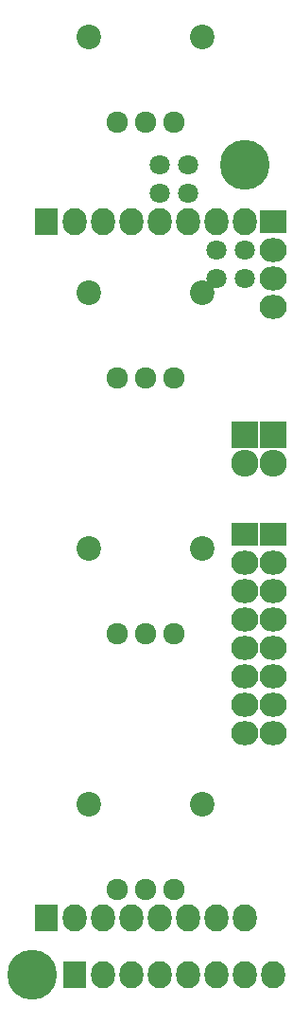
<source format=gbr>
G04 #@! TF.FileFunction,Soldermask,Top*
%FSLAX46Y46*%
G04 Gerber Fmt 4.6, Leading zero omitted, Abs format (unit mm)*
G04 Created by KiCad (PCBNEW 4.0.2+dfsg1-2~bpo8+1-stable) date Mon 04 Sep 2017 01:59:48 PM EEST*
%MOMM*%
G01*
G04 APERTURE LIST*
%ADD10C,0.050000*%
%ADD11R,2.432000X2.127200*%
%ADD12O,2.432000X2.127200*%
%ADD13R,2.127200X2.432000*%
%ADD14O,2.127200X2.432000*%
%ADD15R,2.432000X2.432000*%
%ADD16O,2.432000X2.432000*%
%ADD17C,1.924000*%
%ADD18C,2.200000*%
%ADD19C,4.464000*%
%ADD20C,1.797000*%
G04 APERTURE END LIST*
D10*
D11*
X147320000Y-99060000D03*
D12*
X147320000Y-101600000D03*
X147320000Y-104140000D03*
X147320000Y-106680000D03*
X147320000Y-109220000D03*
X147320000Y-111760000D03*
X147320000Y-114300000D03*
X147320000Y-116840000D03*
D13*
X129540000Y-138430000D03*
D14*
X132080000Y-138430000D03*
X134620000Y-138430000D03*
X137160000Y-138430000D03*
X139700000Y-138430000D03*
X142240000Y-138430000D03*
X144780000Y-138430000D03*
X147320000Y-138430000D03*
D13*
X127000000Y-71120000D03*
D14*
X129540000Y-71120000D03*
X132080000Y-71120000D03*
X134620000Y-71120000D03*
X137160000Y-71120000D03*
X139700000Y-71120000D03*
X142240000Y-71120000D03*
X144780000Y-71120000D03*
D11*
X144780000Y-99060000D03*
D12*
X144780000Y-101600000D03*
X144780000Y-104140000D03*
X144780000Y-106680000D03*
X144780000Y-109220000D03*
X144780000Y-111760000D03*
X144780000Y-114300000D03*
X144780000Y-116840000D03*
D13*
X127000000Y-133350000D03*
D14*
X129540000Y-133350000D03*
X132080000Y-133350000D03*
X134620000Y-133350000D03*
X137160000Y-133350000D03*
X139700000Y-133350000D03*
X142240000Y-133350000D03*
X144780000Y-133350000D03*
D15*
X144780000Y-90170000D03*
D16*
X144780000Y-92710000D03*
D11*
X147320000Y-71120000D03*
D12*
X147320000Y-73660000D03*
X147320000Y-76200000D03*
X147320000Y-78740000D03*
D15*
X147320000Y-90170000D03*
D16*
X147320000Y-92710000D03*
D17*
X135890000Y-62230000D03*
X133350000Y-62230000D03*
X138430000Y-62230000D03*
D18*
X140970000Y-54610000D03*
X130810000Y-54610000D03*
D17*
X135890000Y-85090000D03*
X133350000Y-85090000D03*
X138430000Y-85090000D03*
D18*
X140970000Y-77470000D03*
X130810000Y-77470000D03*
D17*
X135890000Y-107950000D03*
X133350000Y-107950000D03*
X138430000Y-107950000D03*
D18*
X140970000Y-100330000D03*
X130810000Y-100330000D03*
D17*
X135890000Y-130810000D03*
X133350000Y-130810000D03*
X138430000Y-130810000D03*
D18*
X140970000Y-123190000D03*
X130810000Y-123190000D03*
D19*
X144780000Y-66040000D03*
X125730000Y-138430000D03*
D20*
X144780000Y-73660000D03*
X144780000Y-76200000D03*
X142240000Y-73660000D03*
X142240000Y-76200000D03*
X139700000Y-68580000D03*
X139700000Y-66040000D03*
X137160000Y-68580000D03*
X137160000Y-66040000D03*
M02*

</source>
